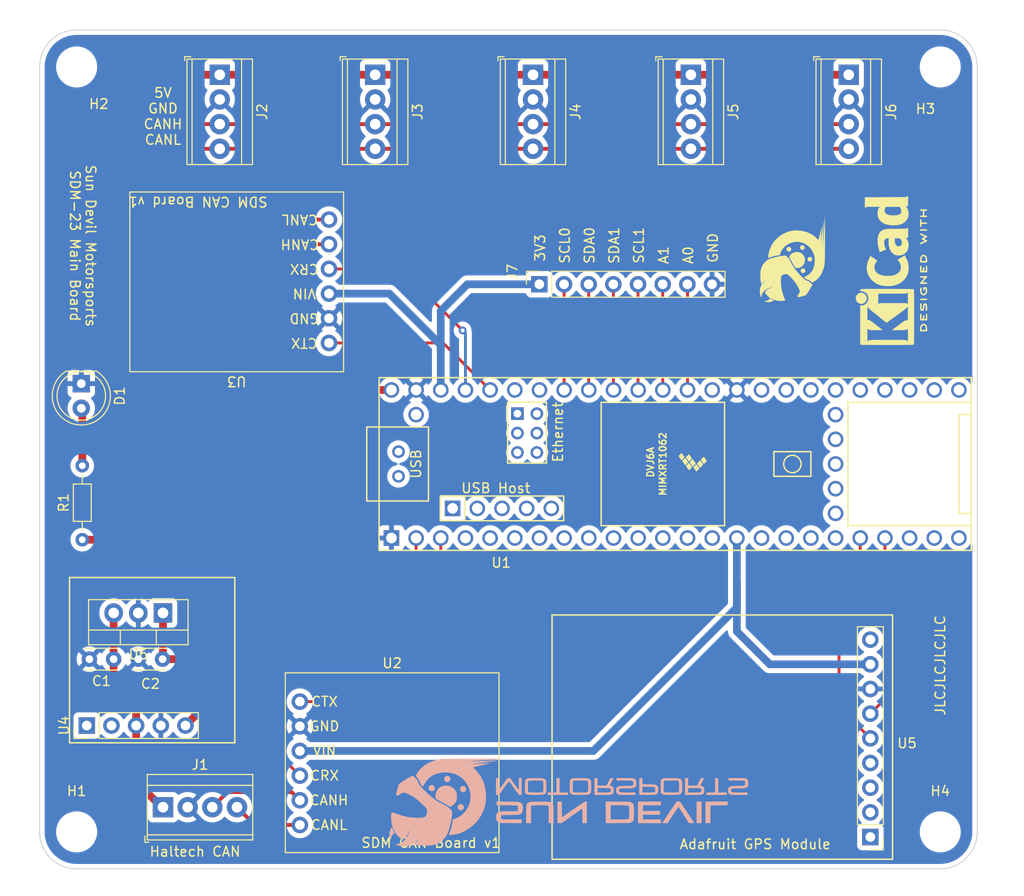
<source format=kicad_pcb>
(kicad_pcb (version 20211014) (generator pcbnew)
  (title_block (title "SDM-23 DAQ Main Board") (date "2023-01-22") (rev "v1"))
  (layers (0 "F.Cu" signal) (31 "B.Cu" signal) (34 "B.Paste" user) (35 "F.Paste" user) (36 "B.SilkS" user "B.Silkscreen") (37 "F.SilkS" user "F.Silkscreen") (38 "B.Mask" user) (39 "F.Mask" user) (44 "Edge.Cuts" user))
  (net 0 "")
  (net 1 "VCC")
  (net 2 "GND")
  (net 3 "+5V")
  (net 4 "/DAQ_CANH")
  (net 5 "/DAQ_CANL")
  (net 12 "+3.3V")
  (net 24 "Net-(D1-Pad2)")
  (net 25 "/RX7")
  (net 27 "/TX7")
  (net 43 "/CTX2")
  (net 44 "/CRX2")
  (net 50 "+3V3")
  (net 51 "/CRX1")
  (net 52 "/CTX1")
  (net 59 "/SDA1")
  (net 60 "/SCL1")
  (net 61 "/A1")
  (net 62 "/A0")
  (net 73 "/HALTECH_CANH")
  (net 74 "/HALTECH_CANL")
  (net 77 "/SCL0")
  (net 78 "/SDA0")
  (footprint "Package_TO_SOT_THT:TO-220-3_Vertical" (layer "F.Cu") (at 105.41 112.085 180)
    (fp_text reference "U6" (at 2.54 -4.27) (layer "F.SilkS"))
    (fp_text value "L78L05_TO92")
    (pad "1" thru_hole rect (at 0 0 180) (size 1.905 2) (drill 1.1) (layers *.Cu *.Mask) (net 3 "+5V"))
    (pad "2" thru_hole oval (at 2.54 0 180) (size 1.905 2) (drill 1.1) (layers *.Cu *.Mask) (net 2 "GND"))
    (pad "3" thru_hole oval (at 5.08 0 180) (size 1.905 2) (drill 1.1) (layers *.Cu *.Mask) (net 1 "VCC"))
  )
  (footprint "TerminalBlock_TE-Connectivity:TerminalBlock_TE_282834-4_1x04_P2.54mm_Horizontal" (layer "F.Cu") (at 127.25 56.685 -90)
    (fp_text reference "J3" (at 3.81 -4.37 90) (layer "F.SilkS"))
    (fp_text value "DAQ_CAN")
    (pad "1" thru_hole rect (at 0 0 270) (size 2.1 2.1) (drill 1.1) (layers *.Cu *.Mask) (net 3 "+5V"))
    (pad "2" thru_hole circle (at 2.54 0 270) (size 2.1 2.1) (drill 1.1) (layers *.Cu *.Mask) (net 2 "GND"))
    (pad "3" thru_hole circle (at 5.08 0 270) (size 2.1 2.1) (drill 1.1) (layers *.Cu *.Mask) (net 4 "/DAQ_CANH"))
    (pad "4" thru_hole circle (at 7.62 0 270) (size 2.1 2.1) (drill 1.1) (layers *.Cu *.Mask) (net 5 "/DAQ_CANL"))
  )
  (footprint "SDM:Logo" (layer "F.Cu") (at 170.18 75.565 90)
    (fp_text reference "G***" hide)
    (fp_text value "LOGO" hide)
  )
  (footprint "SDM:SDM_CANBoard_v1" (layer "F.Cu") (at 129 119.25)
    (fp_text reference "U2" (at 0 -2 unlocked) (layer "F.SilkS"))
    (fp_text value "Haltech Transceiver")
    (fp_text user "VIN" (at -6.96 7.04 unlocked) (layer "F.SilkS"))
    (fp_text user "CANH" (at -6.5 12.12 unlocked) (layer "F.SilkS"))
    (fp_text user "CTX" (at -6.96 1.96 unlocked) (layer "F.SilkS"))
    (fp_text user "SDM CAN Board v1" (at 4 16.5 unlocked) (layer "F.SilkS"))
    (fp_text user "GND" (at -6.96 4.5 unlocked) (layer "F.SilkS"))
    (fp_text user "CANL" (at -6.5 14.66 unlocked) (layer "F.SilkS"))
    (fp_text user "CRX" (at -6.96 9.58 unlocked) (layer "F.SilkS"))
    (pad "1" thru_hole circle (at -9.5 1.96) (size 1.7 1.7) (drill 1) (layers *.Cu *.Mask) (net 43 "/CTX2"))
    (pad "2" thru_hole circle (at -9.5 4.5) (size 1.7 1.7) (drill 1) (layers *.Cu *.Mask) (net 2 "GND"))
    (pad "3" thru_hole circle (at -9.5 7.04) (size 1.7 1.7) (drill 1) (layers *.Cu *.Mask) (net 50 "+3V3"))
    (pad "4" thru_hole circle (at -9.5 9.58) (size 1.7 1.7) (drill 1) (layers *.Cu *.Mask) (net 44 "/CRX2"))
    (pad "5" thru_hole circle (at -9.5 12.12) (size 1.7 1.7) (drill 1) (layers *.Cu *.Mask) (net 73 "/HALTECH_CANH"))
    (pad "6" thru_hole circle (at -9.5 14.66) (size 1.7 1.7) (drill 1) (layers *.Cu *.Mask) (net 74 "/HALTECH_CANL"))
  )
  (footprint "TerminalBlock_TE-Connectivity:TerminalBlock_TE_282834-4_1x04_P2.54mm_Horizontal" (layer "F.Cu") (at 176 56.685 -90)
    (fp_text reference "J6" (at 3.81 -4.37 90) (layer "F.SilkS"))
    (fp_text value "DAQ_CAN")
    (pad "1" thru_hole rect (at 0 0 270) (size 2.1 2.1) (drill 1.1) (layers *.Cu *.Mask) (net 3 "+5V"))
    (pad "2" thru_hole circle (at 2.54 0 270) (size 2.1 2.1) (drill 1.1) (layers *.Cu *.Mask) (net 2 "GND"))
    (pad "3" thru_hole circle (at 5.08 0 270) (size 2.1 2.1) (drill 1.1) (layers *.Cu *.Mask) (net 4 "/DAQ_CANH"))
    (pad "4" thru_hole circle (at 7.62 0 270) (size 2.1 2.1) (drill 1.1) (layers *.Cu *.Mask) (net 5 "/DAQ_CANL"))
  )
  (footprint "LED_THT:LED_D5.0mm" (layer "F.Cu") (at 97 88.475 -90)
    (fp_text reference "D1" (at 1.27 -3.96 90) (layer "F.SilkS"))
    (fp_text value "GREEN")
    (pad "1" thru_hole rect (at 0 0 270) (size 1.8 1.8) (drill 0.9) (layers *.Cu *.Mask) (net 2 "GND"))
    (pad "2" thru_hole circle (at 2.54 0 270) (size 1.8 1.8) (drill 0.9) (layers *.Cu *.Mask) (net 24 "Net-(D1-Pad2)"))
  )
  (footprint "Connector_PinHeader_2.54mm:PinHeader_1x05_P2.54mm_Vertical" (layer "F.Cu") (at 97.566 123.673 90)
    (fp_text reference "U4" (at 0 -2.33 90) (layer "F.SilkS"))
    (fp_text value "Pololu_5V_2.5A_SD_Regulator")
    (pad "1" thru_hole rect (at 0 0 90) (size 1.7 1.7) (drill 1) (layers *.Cu *.Mask))
    (pad "2" thru_hole oval (at 0 2.54 90) (size 1.7 1.7) (drill 1) (layers *.Cu *.Mask))
    (pad "3" thru_hole oval (at 0 5.08 90) (size 1.7 1.7) (drill 1) (layers *.Cu *.Mask) (net 1 "VCC"))
    (pad "4" thru_hole oval (at 0 7.62 90) (size 1.7 1.7) (drill 1) (layers *.Cu *.Mask) (net 2 "GND"))
    (pad "5" thru_hole oval (at 0 10.16 90) (size 1.7 1.7) (drill 1) (layers *.Cu *.Mask) (net 3 "+5V"))
  )
  (footprint "Symbol:KiCad-Logo2_6mm_SilkScreen" (layer "F.Cu") (at 179.705 76.835 90)
    (fp_text reference "REF**" hide)
    (fp_text value "KiCad-Logo2_6mm_SilkScreen" hide)
  )
  (footprint "SDM:SDM_CANBoard_v1" (layer "F.Cu") (at 113 86.25 180)
    (fp_text reference "U3" (at 0 -2 180 unlocked) (layer "F.SilkS"))
    (fp_text value "DAQ Transceiver")
    (fp_text user "SDM CAN Board v1" (at 4 16.5 180 unlocked) (layer "F.SilkS"))
    (fp_text user "CTX" (at -6.96 1.96 180 unlocked) (layer "F.SilkS"))
    (fp_text user "CANL" (at -6.5 14.66 180 unlocked) (layer "F.SilkS"))
    (fp_text user "CRX" (at -6.96 9.58 180 unlocked) (layer "F.SilkS"))
    (fp_text user "GND" (at -6.96 4.5 180 unlocked) (layer "F.SilkS"))
    (fp_text user "CANH" (at -6.5 12.12 180 unlocked) (layer "F.SilkS"))
    (fp_text user "VIN" (at -6.96 7.04 180 unlocked) (layer "F.SilkS"))
    (pad "1" thru_hole circle (at -9.5 1.96 180) (size 1.7 1.7) (drill 1) (layers *.Cu *.Mask) (net 52 "/CTX1"))
    (pad "2" thru_hole circle (at -9.5 4.5 180) (size 1.7 1.7) (drill 1) (layers *.Cu *.Mask) (net 2 "GND"))
    (pad "3" thru_hole circle (at -9.5 7.04 180) (size 1.7 1.7) (drill 1) (layers *.Cu *.Mask) (net 12 "+3.3V"))
    (pad "4" thru_hole circle (at -9.5 9.58 180) (size 1.7 1.7) (drill 1) (layers *.Cu *.Mask) (net 51 "/CRX1"))
    (pad "5" thru_hole circle (at -9.5 12.12 180) (size 1.7 1.7) (drill 1) (layers *.Cu *.Mask) (net 4 "/DAQ_CANH"))
    (pad "6" thru_hole circle (at -9.5 14.66 180) (size 1.7 1.7) (drill 1) (layers *.Cu *.Mask) (net 5 "/DAQ_CANL"))
  )
  (footprint "TerminalBlock_TE-Connectivity:TerminalBlock_TE_282834-4_1x04_P2.54mm_Horizontal" (layer "F.Cu") (at 143.5 56.685 -90)
    (fp_text reference "J4" (at 3.81 -4.37 90) (layer "F.SilkS"))
    (fp_text value "DAQ_CAN")
    (pad "1" thru_hole rect (at 0 0 270) (size 2.1 2.1) (drill 1.1) (layers *.Cu *.Mask) (net 3 "+5V"))
    (pad "2" thru_hole circle (at 2.54 0 270) (size 2.1 2.1) (drill 1.1) (layers *.Cu *.Mask) (net 2 "GND"))
    (pad "3" thru_hole circle (at 5.08 0 270) (size 2.1 2.1) (drill 1.1) (layers *.Cu *.Mask) (net 4 "/DAQ_CANH"))
    (pad "4" thru_hole circle (at 7.62 0 270) (size 2.1 2.1) (drill 1.1) (layers *.Cu *.Mask) (net 5 "/DAQ_CANL"))
  )
  (footprint "TerminalBlock_TE-Connectivity:TerminalBlock_TE_282834-4_1x04_P2.54mm_Horizontal" (layer "F.Cu") (at 159.75 56.685 -90)
    (fp_text reference "J5" (at 3.81 -4.37 90) (layer "F.SilkS"))
    (fp_text value "DAQ_CAN")
    (pad "1" thru_hole rect (at 0 0 270) (size 2.1 2.1) (drill 1.1) (layers *.Cu *.Mask) (net 3 "+5V"))
    (pad "2" thru_hole circle (at 2.54 0 270) (size 2.1 2.1) (drill 1.1) (layers *.Cu *.Mask) (net 2 "GND"))
    (pad "3" thru_hole circle (at 5.08 0 270) (size 2.1 2.1) (drill 1.1) (layers *.Cu *.Mask) (net 4 "/DAQ_CANH"))
    (pad "4" thru_hole circle (at 7.62 0 270) (size 2.1 2.1) (drill 1.1) (layers *.Cu *.Mask) (net 5 "/DAQ_CANL"))
  )
  (footprint "Capacitor_THT:C_Disc_D3.0mm_W2.0mm_P2.50mm" (layer "F.Cu") (at 102.87 116.84)
    (fp_text reference "C2" (at 1.25 2.54) (layer "F.SilkS"))
    (fp_text value "0.1uF")
    (pad "1" thru_hole circle (at 0 0) (size 1.6 1.6) (drill 0.8) (layers *.Cu *.Mask) (net 2 "GND"))
    (pad "2" thru_hole circle (at 2.5 0) (size 1.6 1.6) (drill 0.8) (layers *.Cu *.Mask) (net 3 "+5V"))
  )
  (footprint "Capacitor_THT:C_Disc_D3.0mm_W2.0mm_P2.50mm" (layer "F.Cu") (at 100.33 116.84 180)
    (fp_text reference "C1" (at 1.25 -2.25) (layer "F.SilkS"))
    (fp_text value "0.33uF")
    (pad "1" thru_hole circle (at 0 0 180) (size 1.6 1.6) (drill 0.8) (layers *.Cu *.Mask) (net 1 "VCC"))
    (pad "2" thru_hole circle (at 2.5 0 180) (size 1.6 1.6) (drill 0.8) (layers *.Cu *.Mask) (net 2 "GND"))
  )
  (footprint "MountingHole:MountingHole_3.2mm_M3" (layer "F.Cu") (at 185.42 134.62)
    (fp_text reference "H4" (at 0 -4.2) (layer "F.SilkS"))
    (fp_text value "M3")
    (pad "" np_thru_hole circle (at 0 0) (size 3.2 3.2) (drill 3.2) (layers *.Cu *.Mask))
  )
  (footprint "TerminalBlock_TE-Connectivity:TerminalBlock_TE_282834-4_1x04_P2.54mm_Horizontal" (layer "F.Cu") (at 111.25 56.685 -90)
    (fp_text reference "J2" (at 3.81 -4.37 90) (layer "F.SilkS"))
    (fp_text value "DAQ_CAN")
    (pad "1" thru_hole rect (at 0 0 270) (size 2.1 2.1) (drill 1.1) (layers *.Cu *.Mask) (net 3 "+5V"))
    (pad "2" thru_hole circle (at 2.54 0 270) (size 2.1 2.1) (drill 1.1) (layers *.Cu *.Mask) (net 2 "GND"))
    (pad "3" thru_hole circle (at 5.08 0 270) (size 2.1 2.1) (drill 1.1) (layers *.Cu *.Mask) (net 4 "/DAQ_CANH"))
    (pad "4" thru_hole circle (at 7.62 0 270) (size 2.1 2.1) (drill 1.1) (layers *.Cu *.Mask) (net 5 "/DAQ_CANL"))
  )
  (footprint "MountingHole:MountingHole_3.2mm_M3" (layer "F.Cu") (at 96.52 55.88)
    (fp_text reference "H2" (at 2.286 3.81) (layer "F.SilkS"))
    (fp_text value "M3")
    (pad "" np_thru_hole circle (at 0 0) (size 3.2 3.2) (drill 3.2) (layers *.Cu *.Mask))
  )
  (footprint "MountingHole:MountingHole_3.2mm_M3" (layer "F.Cu") (at 185.42 55.88)
    (fp_text reference "H3" (at -1.524 4.318) (layer "F.SilkS"))
    (fp_text value "M3")
    (pad "" np_thru_hole circle (at 0 0) (size 3.2 3.2) (drill 3.2) (layers *.Cu *.Mask))
  )
  (footprint "TerminalBlock_TE-Connectivity:TerminalBlock_TE_282834-4_1x04_P2.54mm_Horizontal" (layer "F.Cu") (at 105.41 132.08)
    (fp_text reference "J1" (at 3.81 -4.37) (layer "F.SilkS"))
    (fp_text value "Haltech_CAN")
    (pad "1" thru_hole rect (at 0 0) (size 2.1 2.1) (drill 1.1) (layers *.Cu *.Mask) (net 1 "VCC"))
    (pad "2" thru_hole circle (at 2.54 0) (size 2.1 2.1) (drill 1.1) (layers *.Cu *.Mask) (net 2 "GND"))
    (pad "3" thru_hole circle (at 5.08 0) (size 2.1 2.1) (drill 1.1) (layers *.Cu *.Mask) (net 73 "/HALTECH_CANH"))
    (pad "4" thru_hole circle (at 7.62 0) (size 2.1 2.1) (drill 1.1) (layers *.Cu *.Mask) (net 74 "/HALTECH_CANL"))
  )
  (footprint "MountingHole:MountingHole_3.2mm_M3" (layer "F.Cu") (at 96.52 134.62)
    (fp_text reference "H1" (at 0 -4.2) (layer "F.SilkS"))
    (fp_text value "M3")
    (pad "" np_thru_hole circle (at 0 0) (size 3.2 3.2) (drill 3.2) (layers *.Cu *.Mask))
  )
  (footprint "Resistor_THT:R_Axial_DIN0204_L3.6mm_D1.6mm_P7.62mm_Horizontal" (layer "F.Cu") (at 97.1 104.545 90)
    (fp_text reference "R1" (at 3.81 -1.92 90) (layer "F.SilkS"))
    (fp_text value "330")
    (pad "1" thru_hole circle (at 0 0 90) (size 1.4 1.4) (drill 0.7) (layers *.Cu *.Mask) (net 3 "+5V"))
    (pad "2" thru_hole oval (at 7.62 0 90) (size 1.4 1.4) (drill 0.7) (layers *.Cu *.Mask) (net 24 "Net-(D1-Pad2)"))
  )
  (footprint "Connector_PinSocket_2.54mm:PinSocket_1x08_P2.54mm_Vertical" (layer "F.Cu") (at 144.15 78.25 90)
    (fp_text reference "J7" (at 1.25 -2.77 90) (layer "F.SilkS"))
    (fp_text value "Extra Pinouts")
    (pad "1" thru_hole rect (at 0 0 90) (size 1.7 1.7) (drill 1) (layers *.Cu *.Mask) (net 12 "+3.3V"))
    (pad "2" thru_hole oval (at 0 2.54 90) (size 1.7 1.7) (drill 1) (layers *.Cu *.Mask) (net 77 "/SCL0"))
    (pad "3" thru_hole oval (at 0 5.08 90) (size 1.7 1.7) (drill 1) (layers *.Cu *.Mask) (net 78 "/SDA0"))
    (pad "4" thru_hole oval (at 0 7.62 90) (size 1.7 1.7) (drill 1) (layers *.Cu *.Mask) (net 59 "/SDA1"))
    (pad "5" thru_hole oval (at 0 10.16 90) (size 1.7 1.7) (drill 1) (layers *.Cu *.Mask) (net 60 "/SCL1"))
    (pad "6" thru_hole oval (at 0 12.7 90) (size 1.7 1.7) (drill 1) (layers *.Cu *.Mask) (net 61 "/A1"))
    (pad "7" thru_hole oval (at 0 15.24 90) (size 1.7 1.7) (drill 1) (layers *.Cu *.Mask) (net 62 "/A0"))
    (pad "8" thru_hole oval (at 0 17.78 90) (size 1.7 1.7) (drill 1) (layers *.Cu *.Mask) (net 2 "GND"))
  )
  (footprint "Connector_PinHeader_2.54mm:PinHeader_1x09_P2.54mm_Vertical" (layer "F.Cu") (at 178.225 135.15 180)
    (fp_text reference "U5" (at -3.775 9.65 180) (layer "F.SilkS"))
    (fp_text value "GPS_ADA746")
    (pad "1" thru_hole rect (at 0 0 180) (size 1.7 1.7) (drill 1) (layers *.Cu *.Mask))
    (pad "2" thru_hole oval (at 0 2.54 180) (size 1.7 1.7) (drill 1) (layers *.Cu *.Mask))
    (pad "3" thru_hole oval (at 0 5.08 180) (size 1.7 1.7) (drill 1) (layers *.Cu *.Mask))
    (pad "4" thru_hole oval (at 0 7.62 180) (size 1.7 1.7) (drill 1) (layers *.Cu *.Mask))
    (pad "5" thru_hole oval (at 0 10.16 180) (size 1.7 1.7) (drill 1) (layers *.Cu *.Mask) (net 25 "/RX7"))
    (pad "6" thru_hole oval (at 0 12.7 180) (size 1.7 1.7) (drill 1) (layers *.Cu *.Mask) (net 27 "/TX7"))
    (pad "7" thru_hole oval (at 0 15.24 180) (size 1.7 1.7) (drill 1) (layers *.Cu *.Mask) (net 2 "GND"))
    (pad "8" thru_hole oval (at 0 17.78 180) (size 1.7 1.7) (drill 1) (layers *.Cu *.Mask) (net 50 "+3V3"))
    (pad "9" thru_hole oval (at 0 20.32 180) (size 1.7 1.7) (drill 1) (layers *.Cu *.Mask))
  )
  (footprint "Teensy:Teensy41" (layer "F.Cu") (at 158.135 96.75)
    (fp_text reference "U1" (at -17.907 10.16) (layer "F.SilkS"))
    (fp_text value "Teensy4.1")
    (fp_text user "USB Host" (at -18.4658 2.4892) (layer "F.SilkS"))
    (fp_text user "Ethernet" (at -12.065 -3.2766 90) (layer "F.SilkS"))
    (fp_text user "DVJ6A" (at -2.54 -0.18 -90) (layer "F.SilkS") (effects (font (size 0.7 0.7))))
    (fp_text user "USB" (at -26.67 0 270) (layer "F.SilkS"))
    (fp_text user "MIMXRT1062" (at -1.27 0 -90) (layer "F.SilkS") (effects (font (size 0.7 0.7))))
    (pad "1" thru_hole rect locked (at -29.21 7.62) (size 1.6 1.6) (drill 1.1) (layers *.Cu *.Mask) (net 2 "GND"))
    (pad "2" thru_hole circle locked (at -26.67 7.62) (size 1.6 1.6) (drill 1.1) (layers *.Cu *.Mask) (net 44 "/CRX2"))
    (pad "3" thru_hole circle locked (at -24.13 7.62) (size 1.6 1.6) (drill 1.1) (layers *.Cu *.Mask) (net 43 "/CTX2"))
    (pad "4" thru_hole circle locked (at -21.59 7.62) (size 1.6 1.6) (drill 1.1) (layers *.Cu *.Mask))
    (pad "5" thru_hole circle locked (at -19.05 7.62) (size 1.6 1.6) (drill 1.1) (layers *.Cu *.Mask))
    (pad "6" thru_hole circle locked (at -16.51 7.62) (size 1.6 1.6) (drill 1.1) (layers *.Cu *.Mask))
    (pad "7" thru_hole circle locked (at -13.97 7.62) (size 1.6 1.6) (drill 1.1) (layers *.Cu *.Mask))
    (pad "8" thru_hole circle locked (at -11.43 7.62) (size 1.6 1.6) (drill 1.1) (layers *.Cu *.Mask))
    (pad "9" thru_hole circle locked (at -8.89 7.62) (size 1.6 1.6) (drill 1.1) (layers *.Cu *.Mask))
    (pad "10" thru_hole circle locked (at -6.35 7.62) (size 1.6 1.6) (drill 1.1) (layers *.Cu *.Mask))
    (pad "11" thru_hole circle locked (at -3.81 7.62) (size 1.6 1.6) (drill 1.1) (layers *.Cu *.Mask))
    (pad "12" thru_hole circle locked (at -1.27 7.62) (size 1.6 1.6) (drill 1.1) (layers *.Cu *.Mask))
    (pad "13" thru_hole circle locked (at 1.27 7.62) (size 1.6 1.6) (drill 1.1) (layers *.Cu *.Mask))
    (pad "14" thru_hole circle locked (at 3.81 7.62) (size 1.6 1.6) (drill 1.1) (layers *.Cu *.Mask))
    (pad "15" thru_hole circle locked (at 6.35 7.62) (size 1.6 1.6) (drill 1.1) (layers *.Cu *.Mask) (net 50 "+3V3"))
    (pad "16" thru_hole circle locked (at 8.89 7.62) (size 1.6 1.6) (drill 1.1) (layers *.Cu *.Mask))
    (pad "17" thru_hole circle locked (at 11.43 7.62) (size 1.6 1.6) (drill 1.1) (layers *.Cu *.Mask))
    (pad "18" thru_hole circle locked (at 13.97 7.62) (size 1.6 1.6) (drill 1.1) (layers *.Cu *.Mask))
    (pad "19" thru_hole circle locked (at 16.51 7.62) (size 1.6 1.6) (drill 1.1) (layers *.Cu *.Mask))
    (pad "20" thru_hole circle locked (at 19.05 7.62) (size 1.6 1.6) (drill 1.1) (layers *.Cu *.Mask) (net 25 "/RX7"))
    (pad "21" thru_hole circle locked (at 21.59 7.62) (size 1.6 1.6) (drill 1.1) (layers *.Cu *.Mask) (net 27 "/TX7"))
    (pad "22" thru_hole circle locked (at 24.13 7.62) (size 1.6 1.6) (drill 1.1) (layers *.Cu *.Mask))
    (pad "23" thru_hole circle locked (at 26.67 7.62) (size 1.6 1.6) (drill 1.1) (layers *.Cu *.Mask))
    (pad "24" thru_hole circle locked (at 29.21 7.62) (size 1.6 1.6) (drill 1.1) (layers *.Cu *.Mask))
    (pad "25" thru_hole circle locked (at 29.21 -7.62) (size 1.6 1.6) (drill 1.1) (layers *.Cu *.Mask))
    (pad "26" thru_hole circle locked (at 26.67 -7.62) (size 1.6 1.6) (drill 1.1) (layers *.Cu *.Mask))
    (pad "27" thru_hole circle locked (at 24.13 -7.62) (size 1.6 1.6) (drill 1.1) (layers *.Cu *.Mask))
    (pad "28" thru_hole circle locked (at 21.59 -7.62) (size 1.6 1.6) (drill 1.1) (layers *.Cu *.Mask))
    (pad "29" thru_hole circle locked (at 19.05 -7.62) (size 1.6 1.6) (drill 1.1) (layers *.Cu *.Mask))
    (pad "30" thru_hole circle locked (at 16.51 -7.62) (size 1.6 1.6) (drill 1.1) (layers *.Cu *.Mask))
    (pad "31" thru_hole circle locked (at 13.97 -7.62) (size 1.6 1.6) (drill 1.1) (layers *.Cu *.Mask))
    (pad "32" thru_hole circle locked (at 11.43 -7.62) (size 1.6 1.6) (drill 1.1) (layers *.Cu *.Mask))
    (pad "33" thru_hole circle locked (at 8.89 -7.62) (size 1.6 1.6) (drill 1.1) (layers *.Cu *.Mask))
    (pad "34" thru_hole circle locked (at 6.35 -7.62) (size 1.6 1.6) (drill 1.1) (layers *.Cu *.Mask) (net 2 "GND"))
    (pad "35" thru_hole circle locked (at 3.81 -7.62) (size 1.6 1.6) (drill 1.1) (layers *.Cu *.Mask))
    (pad "36" thru_hole circle locked (at 1.27 -7.62) (size 1.6 1.6) (drill 1.1) (layers *.Cu *.Mask) (net 62 "/A0"))
    (pad "37" thru_hole circle locked (at -1.27 -7.62) (size 1.6 1.6) (drill 1.1) (layers *.Cu *.Mask) (net 61 "/A1"))
    (pad "38" thru_hole circle locked (at -3.81 -7.62) (size 1.6 1.6) (drill 1.1) (layers *.Cu *.Mask) (net 60 "/SCL1"))
    (pad "39" thru_hole circle locked (at -6.35 -7.62) (size 1.6 1.6) (drill 1.1) (layers *.Cu *.Mask) (net 59 "/SDA1"))
    (pad "40" thru_hole circle locked (at -8.89 -7.62) (size 1.6 1.6) (drill 1.1) (layers *.Cu *.Mask) (net 78 "/SDA0"))
    (pad "41" thru_hole circle locked (at -11.43 -7.62) (size 1.6 1.6) (drill 1.1) (layers *.Cu *.Mask) (net 77 "/SCL0"))
    (pad "42" thru_hole circle locked (at -13.97 -7.62) (size 1.6 1.6) (drill 1.1) (layers *.Cu *.Mask))
    (pad "43" thru_hole circle locked (at -16.51 -7.62) (size 1.6 1.6) (drill 1.1) (layers *.Cu *.Mask))
    (pad "44" thru_hole circle locked (at -19.05 -7.62) (size 1.6 1.6) (drill 1.1) (layers *.Cu *.Mask) (net 52 "/CTX1"))
    (pad "45" thru_hole circle locked (at -21.59 -7.62) (size 1.6 1.6) (drill 1.1) (layers *.Cu *.Mask) (net 51 "/CRX1"))
    (pad "46" thru_hole circle locked (at -24.13 -7.62) (size 1.6 1.6) (drill 1.1) (layers *.Cu *.Mask) (net 12 "+3.3V"))
    (pad "47" thru_hole circle locked (at -26.67 -7.62) (size 1.6 1.6) (drill 1.1) (layers *.Cu *.Mask) (net 2 "GND"))
    (pad "48" thru_hole circle locked (at -29.21 -7.62) (size 1.6 1.6) (drill 1.1) (layers *.Cu *.Mask) (net 3 "+5V"))
    (pad "49" thru_hole circle locked (at -26.67 -5.08) (size 1.6 1.6) (drill 1.1) (layers *.Cu *.Mask))
    (pad "50" thru_hole circle locked (at 16.51 5.08) (size 1.6 1.6) (drill 1.1) (layers *.Cu *.Mask))
    (pad "51" thru_hole circle locked (at 16.51 2.54) (size 1.6 1.6) (drill 1.1) (layers *.Cu *.Mask))
    (pad "52" thru_hole circle locked (at 16.51 0) (size 1.6 1.6) (drill 1.1) (layers *.Cu *.Mask))
    (pad "53" thru_hole circle locked (at 16.51 -2.54) (size 1.6 1.6) (drill 1.1) (layers *.Cu *.Mask))
    (pad "54" thru_hole circle locked (at 16.51 -5.08) (size 1.6 1.6) (drill 1.1) (layers *.Cu *.Mask))
    (pad "55" thru_hole rect locked (at -22.9108 4.5692) (size 1.6 1.6) (drill 1.1) (layers *.Cu *.Mask))
    (pad "56" thru_hole circle locked (at -20.3708 4.5692) (size 1.6 1.6) (drill 1.1) (layers *.Cu *.Mask))
    (pad "57" thru_hole circle locked (at -17.8308 4.5692) (size 1.6 1.6) (drill 1.1) (layers *.Cu *.Mask))
    (pad "58" thru_hole circle locked (at -15.2908 4.5692) (size 1.6 1.6) (drill 1.1) (layers *.Cu *.Mask))
    (pad "59" thru_hole circle locked (at -12.7508 4.5692) (size 1.6 1.6) (drill 1.1) (layers *.Cu *.Mask))
    (pad "60" thru_hole rect locked (at -16.24 -5.1816) (size 1.3 1.3) (drill 0.8) (layers *.Cu *.Mask))
    (pad "61" thru_hole circle locked (at -16.24 -3.1816) (size 1.3 1.3) (drill 0.8) (layers *.Cu *.Mask))
    (pad "62" thru_hole circle locked (at -16.24 -1.1816) (size 1.3 1.3) (drill 0.8) (layers *.Cu *.Mask))
    (pad "63" thru_hole circle locked (at -14.24 -1.1816) (size 1.3 1.3) (drill 0.8) (layers *.Cu *.Mask))
    (pad "64" thru_hole circle locked (at -14.24 -3.1816) (size 1.3 1.3) (drill 0.8) (layers *.Cu *.Mask))
    (pad "65" thru_hole circle locked (at -14.24 -5.1816) (size 1.3 1.3) (drill 0.8) (layers *.Cu *.Mask))
    (pad "66" thru_hole circle locked (at -28.48 -1.27) (size 1.3 1.3) (drill 0.8) (layers *.Cu *.Mask))
    (pad "67" thru_hole circle locked (at -28.48 1.27) (size 1.3 1.3) (drill 0.8) (layers *.Cu *.Mask))
  )
  (footprint "LOGO" (layer "B.Cu") (at 147.237 131.594)
    (fp_text reference "G***" hide)
    (fp_text value "LOGO" hide)
  )
  (gr_rect (start 180.511 137.436) (end 145.459 112.29) (layer "F.SilkS") (width 0.15) (fill none))
  (gr_rect (start 95.788 125.451) (end 112.806 108.433) (layer "F.SilkS") (width 0.15) (fill none))
  (gr_arc (start 189.23 134.62) (mid 188.114077 137.314077) (end 185.42 138.43) (layer "Edge.Cuts") (width 0.1))
  (gr_arc (start 92.71 55.88) (mid 93.825923 53.185923) (end 96.52 52.07) (layer "Edge.Cuts") (width 0.1))
  (gr_line (start 189.23 55.88) (end 189.23 134.62) (layer "Edge.Cuts") (width 0.1))
  (gr_line (start 92.71 134.62) (end 92.71 55.88) (layer "Edge.Cuts") (width 0.1))
  (gr_arc (start 185.42 52.07) (mid 188.114077 53.185923) (end 189.23 55.88) (layer "Edge.Cuts") (width 0.1))
  (gr_arc (start 96.52 138.43) (mid 93.825923 137.314077) (end 92.71 134.62) (layer "Edge.Cuts") (width 0.1))
  (gr_line (start 185.42 138.43) (end 96.52 138.43) (layer "Edge.Cuts") (width 0.1))
  (gr_line (start 96.52 52.07) (end 185.42 52.07) (layer "Edge.Cuts") (width 0.1))
  (gr_text "A1" (at 156.935 75.25 90) (layer "F.SilkS") (effects (font (size 1 1))))
  (gr_text "SCL0" (at 146.775 74.25 90) (layer "F.SilkS") (effects (font (size 1 1))))
  (gr_text "SCL1" (at 154.395 74.25 90) (layer "F.SilkS") (effects (font (size 1 1))))
  (gr_text "3V3" (at 144.235 74.5 90) (layer "F.SilkS") (effects (font (size 1 1))))
  (gr_text "SDA1\n" (at 151.855 74.25 90) (layer "F.SilkS") (effects (font (size 1 1))))
  (gr_text "5V\nGND\nCANH\nCANL" (at 105.41 60.96) (layer "F.SilkS") (effects (font (size 1 1))))
  (gr_text "Haltech CAN" (at 108.712 136.652) (layer "F.SilkS") (effects (font (size 1 1))))
  (gr_text "GND" (at 162.015 74.5 90) (layer "F.SilkS") (effects (font (size 1 1))))
  (gr_text "Adafruit GPS Module" (at 166.37 135.89) (layer "F.SilkS") (effects (font (size 1 1))))
  (gr_text "JLCJLCJLCJLC" (at 185.42 117.475 90) (layer "F.SilkS") (effects (font (size 1 1))))
  (gr_text "Sun Devil Motorsports\nSDM-23 Main Board" (at 97.155 74.295 270) (layer "F.SilkS") (effects (font (size 1 1))))
  (gr_text "SDA0" (at 149.315 74.25 90) (layer "F.SilkS") (effects (font (size 1 1))))
  (gr_text "A0" (at 159.475 75.25 90) (layer "F.SilkS") (effects (font (size 1 1))))
  (segment (start 100.33 116.84) (end 100.33 112.085) (width 0.8) (layer "F.Cu") (net 1))
  (segment (start 102.646 129.446) (end 102.646 123.673) (width 0.8) (layer "F.Cu") (net 1))
  (segment (start 105.28 132.08) (end 102.646 129.446) (width 0.8) (layer "F.Cu") (net 1))
  (segment (start 100.33 119.38) (end 100.33 116.84) (width 0.8) (layer "F.Cu") (net 1))
  (segment (start 105.41 132.08) (end 105.28 132.08) (width 0.8) (layer "F.Cu") (net 1))
  (segment (start 102.646 121.696) (end 100.33 119.38) (width 0.8) (layer "F.Cu") (net 1))
  (segment (start 102.646 123.673) (end 102.646 121.696) (width 0.8) (layer "F.Cu") (net 1))
  (segment (start 101 59.25) (end 103.565 56.685) (width 0.8) (layer "F.Cu") (net 3))
  (segment (start 111.7 103.05) (end 111.7 99.5) (width 0.8) (layer "F.Cu") (net 3))
  (segment (start 111.7 106.7216) (end 111.7 109.1092) (width 0.8) (layer "F.Cu") (net 3))
  (segment (start 103.565 56.685) (end 111.25 56.685) (width 0.8) (layer "F.Cu") (net 3))
  (segment (start 101 92.35) (end 101 59.25) (width 0.8) (layer "F.Cu") (net 3))
  (segment (start 111.7 104.3) (end 111.7 103.05) (width 0.8) (layer "F.Cu") (net 3))
  (segment (start 108.204 116.84) (end 111.7092 113.3348) (width 0.8) (layer "F.Cu") (net 3))
  (segment (start 111.25 56.685) (end 127.25 56.685) (width 0.8) (layer "F.Cu") (net 3))
  (segment (start 111.7 111) (end 105.245 104.545) (width 0.8) (layer "F.Cu") (net 3))
  (segment (start 105.41 116.8) (end 105.37 116.84) (width 0.8) (layer "F.Cu") (net 3))
  (segment (start 105.41 112.085) (end 105.41 116.8) (width 0.8) (layer "F.Cu") (net 3))
  (segment (start 107.726 123.673) (end 111.7 119.699) (width 0.8) (layer "F.Cu") (net 3))
  (segment (start 105.245 104.545) (end 97.1 104.545) (width 0.8) (layer "F.Cu") (net 3))
  (segment (start 111.7092 109.1184) (end 111.7 109.1092) (width 0.8) (layer "F.Cu") (net 3))
  (segment (start 159.75 56.685) (end 176 56.685) (width 0.8) (layer "F.Cu") (net 3))
  (segment (start 111.7 103.05) (end 101 92.35) (width 0.8) (layer "F.Cu") (net 3))
  (segment (start 111.7 104.3) (end 111.7 106.7216) (width 0.8) (layer "F.Cu") (net 3))
  (segment (start 111.7 104.3) (end 111.7 104.2) (width 0.8) (layer "F.Cu") (net 3))
  (segment (start 105.37 116.84) (end 108.204 116.84) (width 0.8) (layer "F.Cu") (net 3))
  (segment (start 111.7 99.5) (end 122.07 89.13) (width 0.8) (layer "F.Cu") (net 3))
  (segment (start 111.7092 113.3348) (end 111.7092 109.1184) (width 0.8) (layer "F.Cu") (net 3))
  (segment (start 127.25 56.685) (end 143.5 56.685) (width 0.8) (layer "F.Cu") (net 3))
  (segment (start 111.7 109.1092) (end 111.7 111) (width 0.8) (layer "F.Cu") (net 3))
  (segment (start 122.07 89.13) (end 128.925 89.13) (width 0.8) (layer "F.Cu") (net 3))
  (segment (start 143.5 56.685) (end 159.75 56.685) (width 0.8) (layer "F.Cu") (net 3))
  (segment (start 111.7 119.699) (end 111.7 106.7216) (width 0.8) (layer "F.Cu") (net 3))
  (segment (start 105.5 61.75) (end 107.72 61.75) (width 0.4) (layer "F.Cu") (net 4))
  (segment (start 111.63 74.13) (end 104.25 66.75) (width 0.4) (layer "F.Cu") (net 4))
  (segment (start 104.25 63) (end 105.5 61.75) (width 0.4) (layer "F.Cu") (net 4))
  (segment (start 159.75 61.765) (end 176 61.765) (width 0.4) (layer "F.Cu") (net 4))
  (segment (start 127.25 61.765) (end 143.5 61.765) (width 0.4) (layer "F.Cu") (net 4))
  (segment (start 143.5 61.765) (end 159.75 61.765) (width 0.4) (layer "F.Cu") (net 4))
  (segment (start 107.235 61.765) (end 107.735 61.765) (width 0.4) (layer "F.Cu") (net 4))
  (segment (start 107.735 61.765) (end 111.25 61.765) (width 0.4) (layer "F.Cu") (net 4))
  (segment (start 111.25 61.765) (end 127.25 61.765) (width 0.4) (layer "F.Cu") (net 4))
  (segment (start 107.72 61.75) (end 107.735 61.765) (width 0.4) (layer "F.Cu") (net 4))
  (segment (start 104.25 66.75) (end 104.25 63) (width 0.4) (layer "F.Cu") (net 4))
  (segment (start 122.5 74.13) (end 111.63 74.13) (width 0.4) (layer "F.Cu") (net 4))
  (segment (start 122.5 71.59) (end 111.09 71.59) (width 0.4) (layer "F.Cu") (net 5))
  (segment (start 176 64.305) (end 159.75 64.305) (width 0.4) (layer "F.Cu") (net 5))
  (segment (start 127.25 64.305) (end 143.5 64.305) (width 0.4) (layer "F.Cu") (net 5))
  (segment (start 159.75 64.305) (end 143.5 64.305) (width 0.4) (layer "F.Cu") (net 5))
  (segment (start 111.09 71.59) (end 106.25 66.75) (width 0.4) (layer "F.Cu") (net 5))
  (segment (start 106.25 66.75) (end 106.25 65.5) (width 0.4) (layer "F.Cu") (net 5))
  (segment (start 107.445 64.305) (end 111.25 64.305) (width 0.4) (layer "F.Cu") (net 5))
  (segment (start 106.25 65.5) (end 107.445 64.305) (width 0.4) (layer "F.Cu") (net 5))
  (segment (start 111.25 64.305) (end 127.25 64.305) (width 0.4) (layer "F.Cu") (net 5))
  (segment (start 128.71 79.21) (end 122.5 79.21) (width 0.8) (layer "B.Cu") (net 12))
  (segment (start 134.005 85.245) (end 134.005 80.995) (width 0.8) (layer "B.Cu") (net 12))
  (segment (start 134.005 89.13) (end 134.005 85.245) (width 0.8) (layer "B.Cu") (net 12))
  (segment (start 134.005 84.505) (end 128.71 79.21) (width 0.8) (layer "B.Cu") (net 12))
  (segment (start 136.75 78.25) (end 144.15 78.25) (width 0.8) (layer "B.Cu") (net 12))
  (segment (start 134.005 80.995) (end 136.75 78.25) (width 0.8) (layer "B.Cu") (net 12))
  (segment (start 134.005 85.245) (end 134.005 84.505) (width 0.8) (layer "B.Cu") (net 12))
  (segment (start 97.1 91.115) (end 97 91.015) (width 0.8) (layer "F.Cu") (net 24))
  (segment (start 97.1 96.925) (end 97.1 91.115) (width 0.8) (layer "F.Cu") (net 24))
  (segment (start 175 121.765) (end 175 111.25) (width 0.3) (layer "F.Cu") (net 25))
  (segment (start 175 111.25) (end 177.185 109.065) (width 0.3) (layer "F.Cu") (net 25))
  (segment (start 177.185 109.065) (end 177.185 104.37) (width 0.3) (layer "F.Cu") (net 25))
  (segment (start 178.225 124.99) (end 175 121.765) (width 0.3) (layer "F.Cu") (net 25))
  (segment (start 178.225 122.45) (end 181.5 119.175) (width 0.3) (layer "F.Cu") (net 27))
  (segment (start 179.725 108.725) (end 179.725 104.37) (width 0.3) (layer "F.Cu") (net 27))
  (segment (start 181.5 110.5) (end 179.725 108.725) (width 0.3) (layer "F.Cu") (net 27))
  (segment (start 181.5 119.175) (end 181.5 110.5) (width 0.3) (layer "F.Cu") (net 27))
  (segment (start 134.005 108.745) (end 134.005 104.37) (width 0.3) (layer "F.Cu") (net 43))
  (segment (start 119.5 121.21) (end 121.54 121.21) (width 0.3) (layer "F.Cu") (net 43))
  (segment (start 121.54 121.21) (end 134.005 108.745) (width 0.3) (layer "F.Cu") (net 43))
  (segment (start 129.5 109.25) (end 131.465 107.285) (width 0.3) (layer "F.Cu") (net 44))
  (segment (start 117.75 127.08) (end 117.75 119.5) (width 0.3) (layer "F.Cu") (net 44))
  (segment (start 117.75 119.5) (end 128 109.25) (width 0.3) (layer "F.Cu") (net 44))
  (segment (start 128 109.25) (end 129.5 109.25) (width 0.3) (layer "F.Cu") (net 44))
  (segment (start 131.465 107.285) (end 131.465 104.37) (width 0.3) (layer "F.Cu") (net 44))
  (segment (start 119.5 128.83) (end 117.75 127.08) (width 0.3) (layer "F.Cu") (net 44))
  (segment (start 149.71 126.29) (end 164.485 111.515) (width 0.8) (layer "B.Cu") (net 50))
  (segment (start 119.5 126.29) (end 149.71 126.29) (width 0.8) (layer "B.Cu") (net 50))
  (segment (start 164.485 111.515) (end 164.485 109.015) (width 0.8) (layer "B.Cu") (net 50))
  (segment (start 164.485 109.015) (end 164.485 104.37) (width 0.8) (layer "B.Cu") (net 50))
  (segment (start 167.87 117.37) (end 178.225 117.37) (width 0.8) (layer "B.Cu") (net 50))
  (segment (start 164.485 113.985) (end 167.87 117.37) (width 0.8) (layer "B.Cu") (net 50))
  (segment (start 164.485 109.015) (end 164.485 113.985) (width 0.8) (layer "B.Cu") (net 50))
  (segment (start 136.25 83) (end 129.92 76.67) (width 0.3) (layer "F.Cu") (net 51))
  (segment (start 129.92 76.67) (end 122.5 76.67) (width 0.3) (layer "F.Cu") (net 51))
  (via (at 136.25 83) (size 0.8) (drill 0.4) (layers "F.Cu" "B.Cu") (net 51))
  (segment (start 136.545 89.13) (end 136.545 83.295) (width 0.3) (layer "B.Cu") (net 51))
  (segment (start 136.545 83.295) (end 136.25 83) (width 0.3) (layer "B.Cu") (net 51))
  (segment (start 134.245 84.29) (end 139.085 89.13) (width 0.3) (layer "F.Cu") (net 52))
  (segment (start 122.5 84.29) (end 134.245 84.29) (width 0.3) (layer "F.Cu") (net 52))
  (segment (start 151.77 78.25) (end 151.77 89.115) (width 0.3) (layer "F.Cu") (net 59))
  (segment (start 151.77 89.115) (end 151.785 89.13) (width 0.3) (layer "F.Cu") (net 59))
  (segment (start 154.31 78.25) (end 154.31 89.115) (width 0.3) (layer "F.Cu") (net 60))
  (segment (start 154.31 89.115) (end 154.325 89.13) (width 0.3) (layer "F.Cu") (net 60))
  (segment (start 156.85 89.115) (end 156.865 89.13) (width 0.3) (layer "F.Cu") (net 61))
  (segment (start 156.85 78.25) (end 156.85 89.115) (width 0.3) (layer "F.Cu") (net 61))
  (segment (start 159.405 89.13) (end 159.405 78.265) (width 0.3) (layer "F.Cu") (net 62))
  (segment (start 159.405 78.265) (end 159.39 78.25) (width 0.3) (layer "F.Cu") (net 62))
  (segment (start 112.05 130.52) (end 118.65 130.52) (width 0.4) (layer "F.Cu") (net 73))
  (segment (start 110.49 132.08) (end 112.05 130.52) (width 0.4) (layer "F.Cu") (net 73))
  (segment (start 118.65 130.52) (end 119.5 131.37) (width 0.4) (layer "F.Cu") (net 73))
  (segment (start 113.03 132.08) (end 114.86 133.91) (width 0.4) (layer "F.Cu") (net 74))
  (segment (start 114.86 133.91) (end 119.5 133.91) (width 0.4) (layer "F.Cu") (net 74))
  (segment (start 146.705 78.265) (end 146.69 78.25) (width 0.3) (layer "F.Cu") (net 77))
  (segment (start 146.705 89.13) (end 146.705 78.265) (width 0.3) (layer "F.Cu") (net 77))
  (segment (start 149.23 78.25) (end 149.23 89.115) (width 0.3) (layer "F.Cu") (net 78))
  (segment (start 149.23 89.115) (end 149.245 89.13) (width 0.3) (layer "F.Cu") (net 78))
  (zone (net 2) (net_name "GND") (layer "B.Cu") (connect_pads (clearance 0.508)) (min_thickness 0.254) (fill yes (thermal_gap 0.508) (thermal_bridge_width 0.508))
    (polygon (pts (xy 193.278955 141.017426) (xy 88.631448 141.23605) (xy 89.916493 48.986624) (xy 194.056 49.022)))
  )
)
</source>
